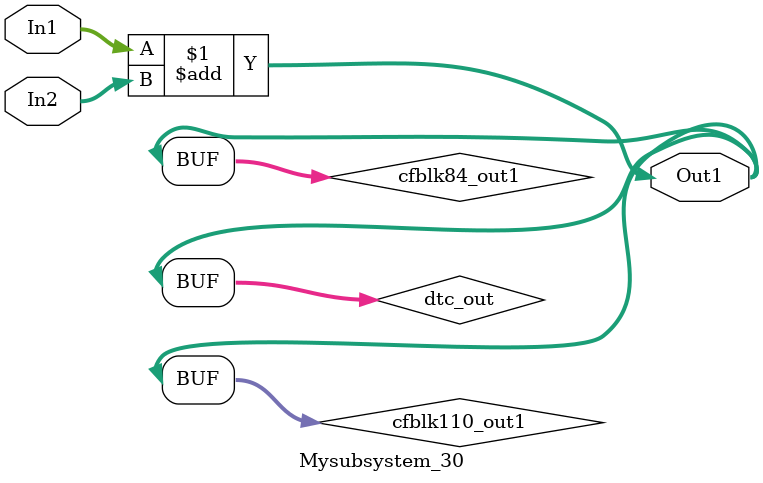
<source format=v>



`timescale 1 ns / 1 ns

module Mysubsystem_30
          (In1,
           In2,
           Out1);


  input   [7:0] In1;  // uint8
  input   [7:0] In2;  // uint8
  output  [7:0] Out1;  // uint8


  wire [7:0] cfblk110_out1;  // uint8
  wire [7:0] dtc_out;  // ufix8
  wire [7:0] cfblk84_out1;  // uint8


  assign cfblk110_out1 = In1 + In2;



  assign dtc_out = cfblk110_out1;



  assign cfblk84_out1 = dtc_out;



  assign Out1 = cfblk84_out1;

endmodule  // Mysubsystem_30


</source>
